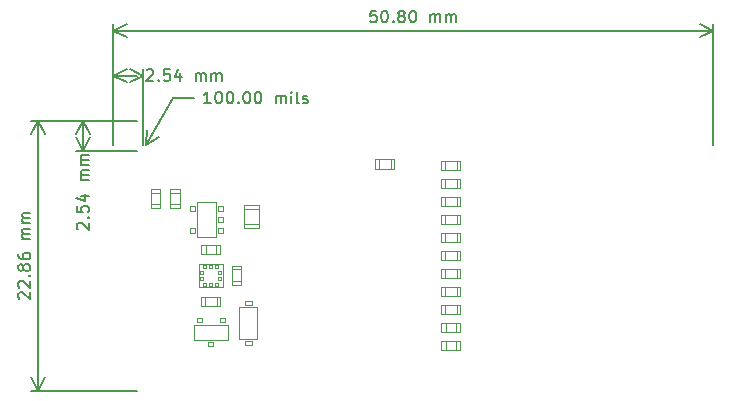
<source format=gbr>
%TF.GenerationSoftware,KiCad,Pcbnew,7.0.8*%
%TF.CreationDate,2024-01-07T13:27:57-05:00*%
%TF.ProjectId,weather-featherwing,77656174-6865-4722-9d66-656174686572,02*%
%TF.SameCoordinates,Original*%
%TF.FileFunction,OtherDrawing,Comment*%
%FSLAX46Y46*%
G04 Gerber Fmt 4.6, Leading zero omitted, Abs format (unit mm)*
G04 Created by KiCad (PCBNEW 7.0.8) date 2024-01-07 13:27:57*
%MOMM*%
%LPD*%
G01*
G04 APERTURE LIST*
%ADD10C,0.150000*%
%ADD11C,0.025000*%
G04 APERTURE END LIST*
D10*
X106350058Y-111616665D02*
X106302439Y-111569046D01*
X106302439Y-111569046D02*
X106254820Y-111473808D01*
X106254820Y-111473808D02*
X106254820Y-111235713D01*
X106254820Y-111235713D02*
X106302439Y-111140475D01*
X106302439Y-111140475D02*
X106350058Y-111092856D01*
X106350058Y-111092856D02*
X106445296Y-111045237D01*
X106445296Y-111045237D02*
X106540534Y-111045237D01*
X106540534Y-111045237D02*
X106683391Y-111092856D01*
X106683391Y-111092856D02*
X107254820Y-111664284D01*
X107254820Y-111664284D02*
X107254820Y-111045237D01*
X106350058Y-110664284D02*
X106302439Y-110616665D01*
X106302439Y-110616665D02*
X106254820Y-110521427D01*
X106254820Y-110521427D02*
X106254820Y-110283332D01*
X106254820Y-110283332D02*
X106302439Y-110188094D01*
X106302439Y-110188094D02*
X106350058Y-110140475D01*
X106350058Y-110140475D02*
X106445296Y-110092856D01*
X106445296Y-110092856D02*
X106540534Y-110092856D01*
X106540534Y-110092856D02*
X106683391Y-110140475D01*
X106683391Y-110140475D02*
X107254820Y-110711903D01*
X107254820Y-110711903D02*
X107254820Y-110092856D01*
X107159581Y-109664284D02*
X107207201Y-109616665D01*
X107207201Y-109616665D02*
X107254820Y-109664284D01*
X107254820Y-109664284D02*
X107207201Y-109711903D01*
X107207201Y-109711903D02*
X107159581Y-109664284D01*
X107159581Y-109664284D02*
X107254820Y-109664284D01*
X106683391Y-109045237D02*
X106635772Y-109140475D01*
X106635772Y-109140475D02*
X106588153Y-109188094D01*
X106588153Y-109188094D02*
X106492915Y-109235713D01*
X106492915Y-109235713D02*
X106445296Y-109235713D01*
X106445296Y-109235713D02*
X106350058Y-109188094D01*
X106350058Y-109188094D02*
X106302439Y-109140475D01*
X106302439Y-109140475D02*
X106254820Y-109045237D01*
X106254820Y-109045237D02*
X106254820Y-108854761D01*
X106254820Y-108854761D02*
X106302439Y-108759523D01*
X106302439Y-108759523D02*
X106350058Y-108711904D01*
X106350058Y-108711904D02*
X106445296Y-108664285D01*
X106445296Y-108664285D02*
X106492915Y-108664285D01*
X106492915Y-108664285D02*
X106588153Y-108711904D01*
X106588153Y-108711904D02*
X106635772Y-108759523D01*
X106635772Y-108759523D02*
X106683391Y-108854761D01*
X106683391Y-108854761D02*
X106683391Y-109045237D01*
X106683391Y-109045237D02*
X106731010Y-109140475D01*
X106731010Y-109140475D02*
X106778629Y-109188094D01*
X106778629Y-109188094D02*
X106873867Y-109235713D01*
X106873867Y-109235713D02*
X107064343Y-109235713D01*
X107064343Y-109235713D02*
X107159581Y-109188094D01*
X107159581Y-109188094D02*
X107207201Y-109140475D01*
X107207201Y-109140475D02*
X107254820Y-109045237D01*
X107254820Y-109045237D02*
X107254820Y-108854761D01*
X107254820Y-108854761D02*
X107207201Y-108759523D01*
X107207201Y-108759523D02*
X107159581Y-108711904D01*
X107159581Y-108711904D02*
X107064343Y-108664285D01*
X107064343Y-108664285D02*
X106873867Y-108664285D01*
X106873867Y-108664285D02*
X106778629Y-108711904D01*
X106778629Y-108711904D02*
X106731010Y-108759523D01*
X106731010Y-108759523D02*
X106683391Y-108854761D01*
X106254820Y-107807142D02*
X106254820Y-107997618D01*
X106254820Y-107997618D02*
X106302439Y-108092856D01*
X106302439Y-108092856D02*
X106350058Y-108140475D01*
X106350058Y-108140475D02*
X106492915Y-108235713D01*
X106492915Y-108235713D02*
X106683391Y-108283332D01*
X106683391Y-108283332D02*
X107064343Y-108283332D01*
X107064343Y-108283332D02*
X107159581Y-108235713D01*
X107159581Y-108235713D02*
X107207201Y-108188094D01*
X107207201Y-108188094D02*
X107254820Y-108092856D01*
X107254820Y-108092856D02*
X107254820Y-107902380D01*
X107254820Y-107902380D02*
X107207201Y-107807142D01*
X107207201Y-107807142D02*
X107159581Y-107759523D01*
X107159581Y-107759523D02*
X107064343Y-107711904D01*
X107064343Y-107711904D02*
X106826248Y-107711904D01*
X106826248Y-107711904D02*
X106731010Y-107759523D01*
X106731010Y-107759523D02*
X106683391Y-107807142D01*
X106683391Y-107807142D02*
X106635772Y-107902380D01*
X106635772Y-107902380D02*
X106635772Y-108092856D01*
X106635772Y-108092856D02*
X106683391Y-108188094D01*
X106683391Y-108188094D02*
X106731010Y-108235713D01*
X106731010Y-108235713D02*
X106826248Y-108283332D01*
X107254820Y-106521427D02*
X106588153Y-106521427D01*
X106683391Y-106521427D02*
X106635772Y-106473808D01*
X106635772Y-106473808D02*
X106588153Y-106378570D01*
X106588153Y-106378570D02*
X106588153Y-106235713D01*
X106588153Y-106235713D02*
X106635772Y-106140475D01*
X106635772Y-106140475D02*
X106731010Y-106092856D01*
X106731010Y-106092856D02*
X107254820Y-106092856D01*
X106731010Y-106092856D02*
X106635772Y-106045237D01*
X106635772Y-106045237D02*
X106588153Y-105949999D01*
X106588153Y-105949999D02*
X106588153Y-105807142D01*
X106588153Y-105807142D02*
X106635772Y-105711903D01*
X106635772Y-105711903D02*
X106731010Y-105664284D01*
X106731010Y-105664284D02*
X107254820Y-105664284D01*
X107254820Y-105188094D02*
X106588153Y-105188094D01*
X106683391Y-105188094D02*
X106635772Y-105140475D01*
X106635772Y-105140475D02*
X106588153Y-105045237D01*
X106588153Y-105045237D02*
X106588153Y-104902380D01*
X106588153Y-104902380D02*
X106635772Y-104807142D01*
X106635772Y-104807142D02*
X106731010Y-104759523D01*
X106731010Y-104759523D02*
X107254820Y-104759523D01*
X106731010Y-104759523D02*
X106635772Y-104711904D01*
X106635772Y-104711904D02*
X106588153Y-104616666D01*
X106588153Y-104616666D02*
X106588153Y-104473809D01*
X106588153Y-104473809D02*
X106635772Y-104378570D01*
X106635772Y-104378570D02*
X106731010Y-104330951D01*
X106731010Y-104330951D02*
X107254820Y-104330951D01*
X116340000Y-96520000D02*
X107363581Y-96520000D01*
X116340000Y-119380000D02*
X107363581Y-119380000D01*
X107950001Y-96520000D02*
X107950001Y-119380000D01*
X107950001Y-96520000D02*
X107950001Y-119380000D01*
X107950001Y-96520000D02*
X108536422Y-97646504D01*
X107950001Y-96520000D02*
X107363580Y-97646504D01*
X107950001Y-119380000D02*
X107363580Y-118253496D01*
X107950001Y-119380000D02*
X108536422Y-118253496D01*
X117129160Y-92260057D02*
X117176779Y-92212438D01*
X117176779Y-92212438D02*
X117272017Y-92164819D01*
X117272017Y-92164819D02*
X117510112Y-92164819D01*
X117510112Y-92164819D02*
X117605350Y-92212438D01*
X117605350Y-92212438D02*
X117652969Y-92260057D01*
X117652969Y-92260057D02*
X117700588Y-92355295D01*
X117700588Y-92355295D02*
X117700588Y-92450533D01*
X117700588Y-92450533D02*
X117652969Y-92593390D01*
X117652969Y-92593390D02*
X117081541Y-93164819D01*
X117081541Y-93164819D02*
X117700588Y-93164819D01*
X118129160Y-93069580D02*
X118176779Y-93117200D01*
X118176779Y-93117200D02*
X118129160Y-93164819D01*
X118129160Y-93164819D02*
X118081541Y-93117200D01*
X118081541Y-93117200D02*
X118129160Y-93069580D01*
X118129160Y-93069580D02*
X118129160Y-93164819D01*
X119081540Y-92164819D02*
X118605350Y-92164819D01*
X118605350Y-92164819D02*
X118557731Y-92641009D01*
X118557731Y-92641009D02*
X118605350Y-92593390D01*
X118605350Y-92593390D02*
X118700588Y-92545771D01*
X118700588Y-92545771D02*
X118938683Y-92545771D01*
X118938683Y-92545771D02*
X119033921Y-92593390D01*
X119033921Y-92593390D02*
X119081540Y-92641009D01*
X119081540Y-92641009D02*
X119129159Y-92736247D01*
X119129159Y-92736247D02*
X119129159Y-92974342D01*
X119129159Y-92974342D02*
X119081540Y-93069580D01*
X119081540Y-93069580D02*
X119033921Y-93117200D01*
X119033921Y-93117200D02*
X118938683Y-93164819D01*
X118938683Y-93164819D02*
X118700588Y-93164819D01*
X118700588Y-93164819D02*
X118605350Y-93117200D01*
X118605350Y-93117200D02*
X118557731Y-93069580D01*
X119986302Y-92498152D02*
X119986302Y-93164819D01*
X119748207Y-92117200D02*
X119510112Y-92831485D01*
X119510112Y-92831485D02*
X120129159Y-92831485D01*
X121272017Y-93164819D02*
X121272017Y-92498152D01*
X121272017Y-92593390D02*
X121319636Y-92545771D01*
X121319636Y-92545771D02*
X121414874Y-92498152D01*
X121414874Y-92498152D02*
X121557731Y-92498152D01*
X121557731Y-92498152D02*
X121652969Y-92545771D01*
X121652969Y-92545771D02*
X121700588Y-92641009D01*
X121700588Y-92641009D02*
X121700588Y-93164819D01*
X121700588Y-92641009D02*
X121748207Y-92545771D01*
X121748207Y-92545771D02*
X121843445Y-92498152D01*
X121843445Y-92498152D02*
X121986302Y-92498152D01*
X121986302Y-92498152D02*
X122081541Y-92545771D01*
X122081541Y-92545771D02*
X122129160Y-92641009D01*
X122129160Y-92641009D02*
X122129160Y-93164819D01*
X122605350Y-93164819D02*
X122605350Y-92498152D01*
X122605350Y-92593390D02*
X122652969Y-92545771D01*
X122652969Y-92545771D02*
X122748207Y-92498152D01*
X122748207Y-92498152D02*
X122891064Y-92498152D01*
X122891064Y-92498152D02*
X122986302Y-92545771D01*
X122986302Y-92545771D02*
X123033921Y-92641009D01*
X123033921Y-92641009D02*
X123033921Y-93164819D01*
X123033921Y-92641009D02*
X123081540Y-92545771D01*
X123081540Y-92545771D02*
X123176778Y-92498152D01*
X123176778Y-92498152D02*
X123319635Y-92498152D01*
X123319635Y-92498152D02*
X123414874Y-92545771D01*
X123414874Y-92545771D02*
X123462493Y-92641009D01*
X123462493Y-92641009D02*
X123462493Y-93164819D01*
X114300000Y-98560000D02*
X114300000Y-92123580D01*
X116840000Y-98560000D02*
X116840000Y-92123580D01*
X114300000Y-92710000D02*
X116340000Y-92710000D01*
X114300000Y-92710000D02*
X115426504Y-92123579D01*
X114300000Y-92710000D02*
X115426504Y-93296421D01*
X116840000Y-92710000D02*
X115713496Y-93296421D01*
X116840000Y-92710000D02*
X115713496Y-92123579D01*
X136557143Y-87204819D02*
X136080953Y-87204819D01*
X136080953Y-87204819D02*
X136033334Y-87681009D01*
X136033334Y-87681009D02*
X136080953Y-87633390D01*
X136080953Y-87633390D02*
X136176191Y-87585771D01*
X136176191Y-87585771D02*
X136414286Y-87585771D01*
X136414286Y-87585771D02*
X136509524Y-87633390D01*
X136509524Y-87633390D02*
X136557143Y-87681009D01*
X136557143Y-87681009D02*
X136604762Y-87776247D01*
X136604762Y-87776247D02*
X136604762Y-88014342D01*
X136604762Y-88014342D02*
X136557143Y-88109580D01*
X136557143Y-88109580D02*
X136509524Y-88157200D01*
X136509524Y-88157200D02*
X136414286Y-88204819D01*
X136414286Y-88204819D02*
X136176191Y-88204819D01*
X136176191Y-88204819D02*
X136080953Y-88157200D01*
X136080953Y-88157200D02*
X136033334Y-88109580D01*
X137223810Y-87204819D02*
X137319048Y-87204819D01*
X137319048Y-87204819D02*
X137414286Y-87252438D01*
X137414286Y-87252438D02*
X137461905Y-87300057D01*
X137461905Y-87300057D02*
X137509524Y-87395295D01*
X137509524Y-87395295D02*
X137557143Y-87585771D01*
X137557143Y-87585771D02*
X137557143Y-87823866D01*
X137557143Y-87823866D02*
X137509524Y-88014342D01*
X137509524Y-88014342D02*
X137461905Y-88109580D01*
X137461905Y-88109580D02*
X137414286Y-88157200D01*
X137414286Y-88157200D02*
X137319048Y-88204819D01*
X137319048Y-88204819D02*
X137223810Y-88204819D01*
X137223810Y-88204819D02*
X137128572Y-88157200D01*
X137128572Y-88157200D02*
X137080953Y-88109580D01*
X137080953Y-88109580D02*
X137033334Y-88014342D01*
X137033334Y-88014342D02*
X136985715Y-87823866D01*
X136985715Y-87823866D02*
X136985715Y-87585771D01*
X136985715Y-87585771D02*
X137033334Y-87395295D01*
X137033334Y-87395295D02*
X137080953Y-87300057D01*
X137080953Y-87300057D02*
X137128572Y-87252438D01*
X137128572Y-87252438D02*
X137223810Y-87204819D01*
X137985715Y-88109580D02*
X138033334Y-88157200D01*
X138033334Y-88157200D02*
X137985715Y-88204819D01*
X137985715Y-88204819D02*
X137938096Y-88157200D01*
X137938096Y-88157200D02*
X137985715Y-88109580D01*
X137985715Y-88109580D02*
X137985715Y-88204819D01*
X138604762Y-87633390D02*
X138509524Y-87585771D01*
X138509524Y-87585771D02*
X138461905Y-87538152D01*
X138461905Y-87538152D02*
X138414286Y-87442914D01*
X138414286Y-87442914D02*
X138414286Y-87395295D01*
X138414286Y-87395295D02*
X138461905Y-87300057D01*
X138461905Y-87300057D02*
X138509524Y-87252438D01*
X138509524Y-87252438D02*
X138604762Y-87204819D01*
X138604762Y-87204819D02*
X138795238Y-87204819D01*
X138795238Y-87204819D02*
X138890476Y-87252438D01*
X138890476Y-87252438D02*
X138938095Y-87300057D01*
X138938095Y-87300057D02*
X138985714Y-87395295D01*
X138985714Y-87395295D02*
X138985714Y-87442914D01*
X138985714Y-87442914D02*
X138938095Y-87538152D01*
X138938095Y-87538152D02*
X138890476Y-87585771D01*
X138890476Y-87585771D02*
X138795238Y-87633390D01*
X138795238Y-87633390D02*
X138604762Y-87633390D01*
X138604762Y-87633390D02*
X138509524Y-87681009D01*
X138509524Y-87681009D02*
X138461905Y-87728628D01*
X138461905Y-87728628D02*
X138414286Y-87823866D01*
X138414286Y-87823866D02*
X138414286Y-88014342D01*
X138414286Y-88014342D02*
X138461905Y-88109580D01*
X138461905Y-88109580D02*
X138509524Y-88157200D01*
X138509524Y-88157200D02*
X138604762Y-88204819D01*
X138604762Y-88204819D02*
X138795238Y-88204819D01*
X138795238Y-88204819D02*
X138890476Y-88157200D01*
X138890476Y-88157200D02*
X138938095Y-88109580D01*
X138938095Y-88109580D02*
X138985714Y-88014342D01*
X138985714Y-88014342D02*
X138985714Y-87823866D01*
X138985714Y-87823866D02*
X138938095Y-87728628D01*
X138938095Y-87728628D02*
X138890476Y-87681009D01*
X138890476Y-87681009D02*
X138795238Y-87633390D01*
X139604762Y-87204819D02*
X139700000Y-87204819D01*
X139700000Y-87204819D02*
X139795238Y-87252438D01*
X139795238Y-87252438D02*
X139842857Y-87300057D01*
X139842857Y-87300057D02*
X139890476Y-87395295D01*
X139890476Y-87395295D02*
X139938095Y-87585771D01*
X139938095Y-87585771D02*
X139938095Y-87823866D01*
X139938095Y-87823866D02*
X139890476Y-88014342D01*
X139890476Y-88014342D02*
X139842857Y-88109580D01*
X139842857Y-88109580D02*
X139795238Y-88157200D01*
X139795238Y-88157200D02*
X139700000Y-88204819D01*
X139700000Y-88204819D02*
X139604762Y-88204819D01*
X139604762Y-88204819D02*
X139509524Y-88157200D01*
X139509524Y-88157200D02*
X139461905Y-88109580D01*
X139461905Y-88109580D02*
X139414286Y-88014342D01*
X139414286Y-88014342D02*
X139366667Y-87823866D01*
X139366667Y-87823866D02*
X139366667Y-87585771D01*
X139366667Y-87585771D02*
X139414286Y-87395295D01*
X139414286Y-87395295D02*
X139461905Y-87300057D01*
X139461905Y-87300057D02*
X139509524Y-87252438D01*
X139509524Y-87252438D02*
X139604762Y-87204819D01*
X141128572Y-88204819D02*
X141128572Y-87538152D01*
X141128572Y-87633390D02*
X141176191Y-87585771D01*
X141176191Y-87585771D02*
X141271429Y-87538152D01*
X141271429Y-87538152D02*
X141414286Y-87538152D01*
X141414286Y-87538152D02*
X141509524Y-87585771D01*
X141509524Y-87585771D02*
X141557143Y-87681009D01*
X141557143Y-87681009D02*
X141557143Y-88204819D01*
X141557143Y-87681009D02*
X141604762Y-87585771D01*
X141604762Y-87585771D02*
X141700000Y-87538152D01*
X141700000Y-87538152D02*
X141842857Y-87538152D01*
X141842857Y-87538152D02*
X141938096Y-87585771D01*
X141938096Y-87585771D02*
X141985715Y-87681009D01*
X141985715Y-87681009D02*
X141985715Y-88204819D01*
X142461905Y-88204819D02*
X142461905Y-87538152D01*
X142461905Y-87633390D02*
X142509524Y-87585771D01*
X142509524Y-87585771D02*
X142604762Y-87538152D01*
X142604762Y-87538152D02*
X142747619Y-87538152D01*
X142747619Y-87538152D02*
X142842857Y-87585771D01*
X142842857Y-87585771D02*
X142890476Y-87681009D01*
X142890476Y-87681009D02*
X142890476Y-88204819D01*
X142890476Y-87681009D02*
X142938095Y-87585771D01*
X142938095Y-87585771D02*
X143033333Y-87538152D01*
X143033333Y-87538152D02*
X143176190Y-87538152D01*
X143176190Y-87538152D02*
X143271429Y-87585771D01*
X143271429Y-87585771D02*
X143319048Y-87681009D01*
X143319048Y-87681009D02*
X143319048Y-88204819D01*
X114300000Y-98560000D02*
X114300000Y-88313580D01*
X165100000Y-98560000D02*
X165100000Y-88313580D01*
X114300000Y-88900000D02*
X165100000Y-88900000D01*
X114300000Y-88900000D02*
X165100000Y-88900000D01*
X114300000Y-88900000D02*
X115426504Y-88313579D01*
X114300000Y-88900000D02*
X115426504Y-89486421D01*
X165100000Y-88900000D02*
X163973496Y-89486421D01*
X165100000Y-88900000D02*
X163973496Y-88313579D01*
X111310057Y-105730111D02*
X111262438Y-105682492D01*
X111262438Y-105682492D02*
X111214819Y-105587254D01*
X111214819Y-105587254D02*
X111214819Y-105349159D01*
X111214819Y-105349159D02*
X111262438Y-105253921D01*
X111262438Y-105253921D02*
X111310057Y-105206302D01*
X111310057Y-105206302D02*
X111405295Y-105158683D01*
X111405295Y-105158683D02*
X111500533Y-105158683D01*
X111500533Y-105158683D02*
X111643390Y-105206302D01*
X111643390Y-105206302D02*
X112214819Y-105777730D01*
X112214819Y-105777730D02*
X112214819Y-105158683D01*
X112119580Y-104730111D02*
X112167200Y-104682492D01*
X112167200Y-104682492D02*
X112214819Y-104730111D01*
X112214819Y-104730111D02*
X112167200Y-104777730D01*
X112167200Y-104777730D02*
X112119580Y-104730111D01*
X112119580Y-104730111D02*
X112214819Y-104730111D01*
X111214819Y-103777731D02*
X111214819Y-104253921D01*
X111214819Y-104253921D02*
X111691009Y-104301540D01*
X111691009Y-104301540D02*
X111643390Y-104253921D01*
X111643390Y-104253921D02*
X111595771Y-104158683D01*
X111595771Y-104158683D02*
X111595771Y-103920588D01*
X111595771Y-103920588D02*
X111643390Y-103825350D01*
X111643390Y-103825350D02*
X111691009Y-103777731D01*
X111691009Y-103777731D02*
X111786247Y-103730112D01*
X111786247Y-103730112D02*
X112024342Y-103730112D01*
X112024342Y-103730112D02*
X112119580Y-103777731D01*
X112119580Y-103777731D02*
X112167200Y-103825350D01*
X112167200Y-103825350D02*
X112214819Y-103920588D01*
X112214819Y-103920588D02*
X112214819Y-104158683D01*
X112214819Y-104158683D02*
X112167200Y-104253921D01*
X112167200Y-104253921D02*
X112119580Y-104301540D01*
X111548152Y-102872969D02*
X112214819Y-102872969D01*
X111167200Y-103111064D02*
X111881485Y-103349159D01*
X111881485Y-103349159D02*
X111881485Y-102730112D01*
X112214819Y-101587254D02*
X111548152Y-101587254D01*
X111643390Y-101587254D02*
X111595771Y-101539635D01*
X111595771Y-101539635D02*
X111548152Y-101444397D01*
X111548152Y-101444397D02*
X111548152Y-101301540D01*
X111548152Y-101301540D02*
X111595771Y-101206302D01*
X111595771Y-101206302D02*
X111691009Y-101158683D01*
X111691009Y-101158683D02*
X112214819Y-101158683D01*
X111691009Y-101158683D02*
X111595771Y-101111064D01*
X111595771Y-101111064D02*
X111548152Y-101015826D01*
X111548152Y-101015826D02*
X111548152Y-100872969D01*
X111548152Y-100872969D02*
X111595771Y-100777730D01*
X111595771Y-100777730D02*
X111691009Y-100730111D01*
X111691009Y-100730111D02*
X112214819Y-100730111D01*
X112214819Y-100253921D02*
X111548152Y-100253921D01*
X111643390Y-100253921D02*
X111595771Y-100206302D01*
X111595771Y-100206302D02*
X111548152Y-100111064D01*
X111548152Y-100111064D02*
X111548152Y-99968207D01*
X111548152Y-99968207D02*
X111595771Y-99872969D01*
X111595771Y-99872969D02*
X111691009Y-99825350D01*
X111691009Y-99825350D02*
X112214819Y-99825350D01*
X111691009Y-99825350D02*
X111595771Y-99777731D01*
X111595771Y-99777731D02*
X111548152Y-99682493D01*
X111548152Y-99682493D02*
X111548152Y-99539636D01*
X111548152Y-99539636D02*
X111595771Y-99444397D01*
X111595771Y-99444397D02*
X111691009Y-99396778D01*
X111691009Y-99396778D02*
X112214819Y-99396778D01*
X116340000Y-96520000D02*
X111173580Y-96520000D01*
X116340000Y-99060000D02*
X111173580Y-99060000D01*
X111760000Y-96520000D02*
X111760000Y-99060000D01*
X111760000Y-96520000D02*
X111760000Y-99060000D01*
X111760000Y-96520000D02*
X112346421Y-97646504D01*
X111760000Y-96520000D02*
X111173579Y-97646504D01*
X111760000Y-99060000D02*
X111173579Y-97933496D01*
X111760000Y-99060000D02*
X112346421Y-97933496D01*
X122555476Y-95069819D02*
X121984048Y-95069819D01*
X122269762Y-95069819D02*
X122269762Y-94069819D01*
X122269762Y-94069819D02*
X122174524Y-94212676D01*
X122174524Y-94212676D02*
X122079286Y-94307914D01*
X122079286Y-94307914D02*
X121984048Y-94355533D01*
X123174524Y-94069819D02*
X123269762Y-94069819D01*
X123269762Y-94069819D02*
X123365000Y-94117438D01*
X123365000Y-94117438D02*
X123412619Y-94165057D01*
X123412619Y-94165057D02*
X123460238Y-94260295D01*
X123460238Y-94260295D02*
X123507857Y-94450771D01*
X123507857Y-94450771D02*
X123507857Y-94688866D01*
X123507857Y-94688866D02*
X123460238Y-94879342D01*
X123460238Y-94879342D02*
X123412619Y-94974580D01*
X123412619Y-94974580D02*
X123365000Y-95022200D01*
X123365000Y-95022200D02*
X123269762Y-95069819D01*
X123269762Y-95069819D02*
X123174524Y-95069819D01*
X123174524Y-95069819D02*
X123079286Y-95022200D01*
X123079286Y-95022200D02*
X123031667Y-94974580D01*
X123031667Y-94974580D02*
X122984048Y-94879342D01*
X122984048Y-94879342D02*
X122936429Y-94688866D01*
X122936429Y-94688866D02*
X122936429Y-94450771D01*
X122936429Y-94450771D02*
X122984048Y-94260295D01*
X122984048Y-94260295D02*
X123031667Y-94165057D01*
X123031667Y-94165057D02*
X123079286Y-94117438D01*
X123079286Y-94117438D02*
X123174524Y-94069819D01*
X124126905Y-94069819D02*
X124222143Y-94069819D01*
X124222143Y-94069819D02*
X124317381Y-94117438D01*
X124317381Y-94117438D02*
X124365000Y-94165057D01*
X124365000Y-94165057D02*
X124412619Y-94260295D01*
X124412619Y-94260295D02*
X124460238Y-94450771D01*
X124460238Y-94450771D02*
X124460238Y-94688866D01*
X124460238Y-94688866D02*
X124412619Y-94879342D01*
X124412619Y-94879342D02*
X124365000Y-94974580D01*
X124365000Y-94974580D02*
X124317381Y-95022200D01*
X124317381Y-95022200D02*
X124222143Y-95069819D01*
X124222143Y-95069819D02*
X124126905Y-95069819D01*
X124126905Y-95069819D02*
X124031667Y-95022200D01*
X124031667Y-95022200D02*
X123984048Y-94974580D01*
X123984048Y-94974580D02*
X123936429Y-94879342D01*
X123936429Y-94879342D02*
X123888810Y-94688866D01*
X123888810Y-94688866D02*
X123888810Y-94450771D01*
X123888810Y-94450771D02*
X123936429Y-94260295D01*
X123936429Y-94260295D02*
X123984048Y-94165057D01*
X123984048Y-94165057D02*
X124031667Y-94117438D01*
X124031667Y-94117438D02*
X124126905Y-94069819D01*
X124888810Y-94974580D02*
X124936429Y-95022200D01*
X124936429Y-95022200D02*
X124888810Y-95069819D01*
X124888810Y-95069819D02*
X124841191Y-95022200D01*
X124841191Y-95022200D02*
X124888810Y-94974580D01*
X124888810Y-94974580D02*
X124888810Y-95069819D01*
X125555476Y-94069819D02*
X125650714Y-94069819D01*
X125650714Y-94069819D02*
X125745952Y-94117438D01*
X125745952Y-94117438D02*
X125793571Y-94165057D01*
X125793571Y-94165057D02*
X125841190Y-94260295D01*
X125841190Y-94260295D02*
X125888809Y-94450771D01*
X125888809Y-94450771D02*
X125888809Y-94688866D01*
X125888809Y-94688866D02*
X125841190Y-94879342D01*
X125841190Y-94879342D02*
X125793571Y-94974580D01*
X125793571Y-94974580D02*
X125745952Y-95022200D01*
X125745952Y-95022200D02*
X125650714Y-95069819D01*
X125650714Y-95069819D02*
X125555476Y-95069819D01*
X125555476Y-95069819D02*
X125460238Y-95022200D01*
X125460238Y-95022200D02*
X125412619Y-94974580D01*
X125412619Y-94974580D02*
X125365000Y-94879342D01*
X125365000Y-94879342D02*
X125317381Y-94688866D01*
X125317381Y-94688866D02*
X125317381Y-94450771D01*
X125317381Y-94450771D02*
X125365000Y-94260295D01*
X125365000Y-94260295D02*
X125412619Y-94165057D01*
X125412619Y-94165057D02*
X125460238Y-94117438D01*
X125460238Y-94117438D02*
X125555476Y-94069819D01*
X126507857Y-94069819D02*
X126603095Y-94069819D01*
X126603095Y-94069819D02*
X126698333Y-94117438D01*
X126698333Y-94117438D02*
X126745952Y-94165057D01*
X126745952Y-94165057D02*
X126793571Y-94260295D01*
X126793571Y-94260295D02*
X126841190Y-94450771D01*
X126841190Y-94450771D02*
X126841190Y-94688866D01*
X126841190Y-94688866D02*
X126793571Y-94879342D01*
X126793571Y-94879342D02*
X126745952Y-94974580D01*
X126745952Y-94974580D02*
X126698333Y-95022200D01*
X126698333Y-95022200D02*
X126603095Y-95069819D01*
X126603095Y-95069819D02*
X126507857Y-95069819D01*
X126507857Y-95069819D02*
X126412619Y-95022200D01*
X126412619Y-95022200D02*
X126365000Y-94974580D01*
X126365000Y-94974580D02*
X126317381Y-94879342D01*
X126317381Y-94879342D02*
X126269762Y-94688866D01*
X126269762Y-94688866D02*
X126269762Y-94450771D01*
X126269762Y-94450771D02*
X126317381Y-94260295D01*
X126317381Y-94260295D02*
X126365000Y-94165057D01*
X126365000Y-94165057D02*
X126412619Y-94117438D01*
X126412619Y-94117438D02*
X126507857Y-94069819D01*
X128031667Y-95069819D02*
X128031667Y-94403152D01*
X128031667Y-94498390D02*
X128079286Y-94450771D01*
X128079286Y-94450771D02*
X128174524Y-94403152D01*
X128174524Y-94403152D02*
X128317381Y-94403152D01*
X128317381Y-94403152D02*
X128412619Y-94450771D01*
X128412619Y-94450771D02*
X128460238Y-94546009D01*
X128460238Y-94546009D02*
X128460238Y-95069819D01*
X128460238Y-94546009D02*
X128507857Y-94450771D01*
X128507857Y-94450771D02*
X128603095Y-94403152D01*
X128603095Y-94403152D02*
X128745952Y-94403152D01*
X128745952Y-94403152D02*
X128841191Y-94450771D01*
X128841191Y-94450771D02*
X128888810Y-94546009D01*
X128888810Y-94546009D02*
X128888810Y-95069819D01*
X129365000Y-95069819D02*
X129365000Y-94403152D01*
X129365000Y-94069819D02*
X129317381Y-94117438D01*
X129317381Y-94117438D02*
X129365000Y-94165057D01*
X129365000Y-94165057D02*
X129412619Y-94117438D01*
X129412619Y-94117438D02*
X129365000Y-94069819D01*
X129365000Y-94069819D02*
X129365000Y-94165057D01*
X129984047Y-95069819D02*
X129888809Y-95022200D01*
X129888809Y-95022200D02*
X129841190Y-94926961D01*
X129841190Y-94926961D02*
X129841190Y-94069819D01*
X130317381Y-95022200D02*
X130412619Y-95069819D01*
X130412619Y-95069819D02*
X130603095Y-95069819D01*
X130603095Y-95069819D02*
X130698333Y-95022200D01*
X130698333Y-95022200D02*
X130745952Y-94926961D01*
X130745952Y-94926961D02*
X130745952Y-94879342D01*
X130745952Y-94879342D02*
X130698333Y-94784104D01*
X130698333Y-94784104D02*
X130603095Y-94736485D01*
X130603095Y-94736485D02*
X130460238Y-94736485D01*
X130460238Y-94736485D02*
X130365000Y-94688866D01*
X130365000Y-94688866D02*
X130317381Y-94593628D01*
X130317381Y-94593628D02*
X130317381Y-94546009D01*
X130317381Y-94546009D02*
X130365000Y-94450771D01*
X130365000Y-94450771D02*
X130460238Y-94403152D01*
X130460238Y-94403152D02*
X130603095Y-94403152D01*
X130603095Y-94403152D02*
X130698333Y-94450771D01*
X117088069Y-98625878D02*
X119380000Y-94615000D01*
X117088069Y-98625878D02*
X117137816Y-97356853D01*
X117088069Y-98625878D02*
X118156127Y-97938745D01*
X119380000Y-94615000D02*
X121168572Y-94615000D01*
X117088069Y-98625878D02*
X119380000Y-94615000D01*
X117088069Y-98625878D02*
X117137816Y-97356853D01*
X117088069Y-98625878D02*
X118156127Y-97938745D01*
X119380000Y-94615000D02*
X121168572Y-94615000D01*
D11*
%TO.C,C5*%
X117456000Y-103924000D02*
X117456000Y-103574000D01*
X117456000Y-103924000D02*
X117456000Y-102324000D01*
X118256000Y-103924000D02*
X117456000Y-103924000D01*
X118256000Y-103924000D02*
X117456000Y-103924000D01*
X117456000Y-103574000D02*
X118256000Y-103574000D01*
X118256000Y-103574000D02*
X118256000Y-103924000D01*
X117456000Y-102674000D02*
X117456000Y-102324000D01*
X118256000Y-102674000D02*
X117456000Y-102674000D01*
X117456000Y-102324000D02*
X118256000Y-102324000D01*
X117456000Y-102324000D02*
X118256000Y-102324000D01*
X118256000Y-102324000D02*
X118256000Y-103924000D01*
X118256000Y-102324000D02*
X118256000Y-102674000D01*
%TO.C,R5*%
X142075000Y-107550000D02*
X142375000Y-107550000D01*
X142075000Y-107550000D02*
X143675000Y-107550000D01*
X142075000Y-108350000D02*
X142075000Y-107550000D01*
X142075000Y-108350000D02*
X142075000Y-107550000D01*
X142375000Y-107550000D02*
X142375000Y-108350000D01*
X142375000Y-108350000D02*
X142075000Y-108350000D01*
X143375000Y-107550000D02*
X143675000Y-107550000D01*
X143375000Y-108350000D02*
X143375000Y-107550000D01*
X143675000Y-107550000D02*
X143675000Y-108350000D01*
X143675000Y-107550000D02*
X143675000Y-108350000D01*
X143675000Y-108350000D02*
X142075000Y-108350000D01*
X143675000Y-108350000D02*
X143375000Y-108350000D01*
%TO.C,U2*%
X121555000Y-108626400D02*
X123555000Y-108626400D01*
X121555000Y-110626400D02*
X121555000Y-108626400D01*
X121654000Y-109251400D02*
X121930000Y-109251400D01*
X121654000Y-109501400D02*
X121654000Y-109251400D01*
X121654000Y-109751400D02*
X121930000Y-109751400D01*
X121654000Y-110001400D02*
X121654000Y-109751400D01*
X121930000Y-108725400D02*
X122180000Y-108725400D01*
X121930000Y-109001400D02*
X121930000Y-108725400D01*
X121930000Y-109251400D02*
X121930000Y-109501400D01*
X121930000Y-109501400D02*
X121654000Y-109501400D01*
X121930000Y-109751400D02*
X121930000Y-110001400D01*
X121930000Y-110001400D02*
X121654000Y-110001400D01*
X121930000Y-110251400D02*
X122180000Y-110251400D01*
X121930000Y-110527400D02*
X121930000Y-110251400D01*
X122180000Y-108725400D02*
X122180000Y-109001400D01*
X122180000Y-109001400D02*
X121930000Y-109001400D01*
X122180000Y-110251400D02*
X122180000Y-110527400D01*
X122180000Y-110527400D02*
X121930000Y-110527400D01*
X122430000Y-108725400D02*
X122680000Y-108725400D01*
X122430000Y-109001400D02*
X122430000Y-108725400D01*
X122430000Y-110251400D02*
X122680000Y-110251400D01*
X122430000Y-110527400D02*
X122430000Y-110251400D01*
X122680000Y-108725400D02*
X122680000Y-109001400D01*
X122680000Y-109001400D02*
X122430000Y-109001400D01*
X122680000Y-110251400D02*
X122680000Y-110527400D01*
X122680000Y-110527400D02*
X122430000Y-110527400D01*
X122930000Y-108725400D02*
X123180000Y-108725400D01*
X122930000Y-109001400D02*
X122930000Y-108725400D01*
X122930000Y-110251400D02*
X123180000Y-110251400D01*
X122930000Y-110527400D02*
X122930000Y-110251400D01*
X123180000Y-108725400D02*
X123180000Y-109001400D01*
X123180000Y-109001400D02*
X122930000Y-109001400D01*
X123180000Y-109251400D02*
X123456000Y-109251400D01*
X123180000Y-109501400D02*
X123180000Y-109251400D01*
X123180000Y-109751400D02*
X123456000Y-109751400D01*
X123180000Y-110001400D02*
X123180000Y-109751400D01*
X123180000Y-110251400D02*
X123180000Y-110527400D01*
X123180000Y-110527400D02*
X122930000Y-110527400D01*
X123456000Y-109251400D02*
X123456000Y-109501400D01*
X123456000Y-109501400D02*
X123180000Y-109501400D01*
X123456000Y-109751400D02*
X123456000Y-110001400D01*
X123456000Y-110001400D02*
X123180000Y-110001400D01*
X123555000Y-108626400D02*
X123555000Y-110626400D01*
X123555000Y-110626400D02*
X121555000Y-110626400D01*
%TO.C,R10*%
X124314000Y-110426400D02*
X124314000Y-110126400D01*
X124314000Y-110426400D02*
X124314000Y-108826400D01*
X125114000Y-110426400D02*
X124314000Y-110426400D01*
X125114000Y-110426400D02*
X124314000Y-110426400D01*
X124314000Y-110126400D02*
X125114000Y-110126400D01*
X125114000Y-110126400D02*
X125114000Y-110426400D01*
X124314000Y-109126400D02*
X124314000Y-108826400D01*
X125114000Y-109126400D02*
X124314000Y-109126400D01*
X124314000Y-108826400D02*
X125114000Y-108826400D01*
X124314000Y-108826400D02*
X125114000Y-108826400D01*
X125114000Y-108826400D02*
X125114000Y-110426400D01*
X125114000Y-108826400D02*
X125114000Y-109126400D01*
%TO.C,R11*%
X123355000Y-112261600D02*
X123055000Y-112261600D01*
X123355000Y-112261600D02*
X121755000Y-112261600D01*
X123355000Y-111461600D02*
X123355000Y-112261600D01*
X123355000Y-111461600D02*
X123355000Y-112261600D01*
X123055000Y-112261600D02*
X123055000Y-111461600D01*
X123055000Y-111461600D02*
X123355000Y-111461600D01*
X122055000Y-112261600D02*
X121755000Y-112261600D01*
X122055000Y-111461600D02*
X122055000Y-112261600D01*
X121755000Y-112261600D02*
X121755000Y-111461600D01*
X121755000Y-112261600D02*
X121755000Y-111461600D01*
X121755000Y-111461600D02*
X123355000Y-111461600D01*
X121755000Y-111461600D02*
X122055000Y-111461600D01*
%TO.C,R4*%
X142075000Y-109074000D02*
X142375000Y-109074000D01*
X142075000Y-109074000D02*
X143675000Y-109074000D01*
X142075000Y-109874000D02*
X142075000Y-109074000D01*
X142075000Y-109874000D02*
X142075000Y-109074000D01*
X142375000Y-109074000D02*
X142375000Y-109874000D01*
X142375000Y-109874000D02*
X142075000Y-109874000D01*
X143375000Y-109074000D02*
X143675000Y-109074000D01*
X143375000Y-109874000D02*
X143375000Y-109074000D01*
X143675000Y-109074000D02*
X143675000Y-109874000D01*
X143675000Y-109074000D02*
X143675000Y-109874000D01*
X143675000Y-109874000D02*
X142075000Y-109874000D01*
X143675000Y-109874000D02*
X143375000Y-109874000D01*
%TO.C,R2*%
X142075000Y-112122000D02*
X142375000Y-112122000D01*
X142075000Y-112122000D02*
X143675000Y-112122000D01*
X142075000Y-112922000D02*
X142075000Y-112122000D01*
X142075000Y-112922000D02*
X142075000Y-112122000D01*
X142375000Y-112122000D02*
X142375000Y-112922000D01*
X142375000Y-112922000D02*
X142075000Y-112922000D01*
X143375000Y-112122000D02*
X143675000Y-112122000D01*
X143375000Y-112922000D02*
X143375000Y-112122000D01*
X143675000Y-112122000D02*
X143675000Y-112922000D01*
X143675000Y-112122000D02*
X143675000Y-112922000D01*
X143675000Y-112922000D02*
X142075000Y-112922000D01*
X143675000Y-112922000D02*
X143375000Y-112922000D01*
%TO.C,R8*%
X142075000Y-101454000D02*
X142375000Y-101454000D01*
X142075000Y-101454000D02*
X143675000Y-101454000D01*
X142075000Y-102254000D02*
X142075000Y-101454000D01*
X142075000Y-102254000D02*
X142075000Y-101454000D01*
X142375000Y-101454000D02*
X142375000Y-102254000D01*
X142375000Y-102254000D02*
X142075000Y-102254000D01*
X143375000Y-101454000D02*
X143675000Y-101454000D01*
X143375000Y-102254000D02*
X143375000Y-101454000D01*
X143675000Y-101454000D02*
X143675000Y-102254000D01*
X143675000Y-101454000D02*
X143675000Y-102254000D01*
X143675000Y-102254000D02*
X142075000Y-102254000D01*
X143675000Y-102254000D02*
X143375000Y-102254000D01*
%TO.C,R12*%
X136487000Y-99803000D02*
X136787000Y-99803000D01*
X136487000Y-99803000D02*
X138087000Y-99803000D01*
X136487000Y-100603000D02*
X136487000Y-99803000D01*
X136487000Y-100603000D02*
X136487000Y-99803000D01*
X136787000Y-99803000D02*
X136787000Y-100603000D01*
X136787000Y-100603000D02*
X136487000Y-100603000D01*
X137787000Y-99803000D02*
X138087000Y-99803000D01*
X137787000Y-100603000D02*
X137787000Y-99803000D01*
X138087000Y-99803000D02*
X138087000Y-100603000D01*
X138087000Y-99803000D02*
X138087000Y-100603000D01*
X138087000Y-100603000D02*
X136487000Y-100603000D01*
X138087000Y-100603000D02*
X137787000Y-100603000D01*
%TO.C,C2*%
X142075000Y-115170000D02*
X142425000Y-115170000D01*
X142075000Y-115170000D02*
X143675000Y-115170000D01*
X142075000Y-115970000D02*
X142075000Y-115170000D01*
X142075000Y-115970000D02*
X142075000Y-115170000D01*
X142425000Y-115170000D02*
X142425000Y-115970000D01*
X142425000Y-115970000D02*
X142075000Y-115970000D01*
X143325000Y-115170000D02*
X143675000Y-115170000D01*
X143325000Y-115970000D02*
X143325000Y-115170000D01*
X143675000Y-115170000D02*
X143675000Y-115970000D01*
X143675000Y-115170000D02*
X143675000Y-115970000D01*
X143675000Y-115970000D02*
X142075000Y-115970000D01*
X143675000Y-115970000D02*
X143325000Y-115970000D01*
%TO.C,D1*%
X125445000Y-115515000D02*
X125445000Y-115191000D01*
X126015000Y-115515000D02*
X125445000Y-115515000D01*
X125445000Y-115191000D02*
X126015000Y-115191000D01*
X126015000Y-115191000D02*
X126015000Y-115515000D01*
X124955000Y-115015000D02*
X124955000Y-112315000D01*
X126505000Y-115015000D02*
X124955000Y-115015000D01*
X124955000Y-112315000D02*
X126505000Y-112315000D01*
X126505000Y-112315000D02*
X126505000Y-115015000D01*
X125445000Y-112139000D02*
X125445000Y-111815000D01*
X126015000Y-112139000D02*
X125445000Y-112139000D01*
X125445000Y-111815000D02*
X126015000Y-111815000D01*
X126015000Y-111815000D02*
X126015000Y-112139000D01*
%TO.C,C1*%
X119107000Y-103924000D02*
X119107000Y-103574000D01*
X119107000Y-103924000D02*
X119107000Y-102324000D01*
X119907000Y-103924000D02*
X119107000Y-103924000D01*
X119907000Y-103924000D02*
X119107000Y-103924000D01*
X119107000Y-103574000D02*
X119907000Y-103574000D01*
X119907000Y-103574000D02*
X119907000Y-103924000D01*
X119107000Y-102674000D02*
X119107000Y-102324000D01*
X119907000Y-102674000D02*
X119107000Y-102674000D01*
X119107000Y-102324000D02*
X119907000Y-102324000D01*
X119107000Y-102324000D02*
X119907000Y-102324000D01*
X119907000Y-102324000D02*
X119907000Y-103924000D01*
X119907000Y-102324000D02*
X119907000Y-102674000D01*
%TO.C,R1*%
X142075000Y-106026000D02*
X142375000Y-106026000D01*
X142075000Y-106026000D02*
X143675000Y-106026000D01*
X142075000Y-106826000D02*
X142075000Y-106026000D01*
X142075000Y-106826000D02*
X142075000Y-106026000D01*
X142375000Y-106026000D02*
X142375000Y-106826000D01*
X142375000Y-106826000D02*
X142075000Y-106826000D01*
X143375000Y-106026000D02*
X143675000Y-106026000D01*
X143375000Y-106826000D02*
X143375000Y-106026000D01*
X143675000Y-106026000D02*
X143675000Y-106826000D01*
X143675000Y-106026000D02*
X143675000Y-106826000D01*
X143675000Y-106826000D02*
X142075000Y-106826000D01*
X143675000Y-106826000D02*
X143375000Y-106826000D01*
%TO.C,L1*%
X126609000Y-103648000D02*
X126609000Y-104048000D01*
X126609000Y-103648000D02*
X126609000Y-105648000D01*
X125359000Y-103648000D02*
X126609000Y-103648000D01*
X125359000Y-103648000D02*
X126609000Y-103648000D01*
X126609000Y-104048000D02*
X125359000Y-104048000D01*
X125359000Y-104048000D02*
X125359000Y-103648000D01*
X126609000Y-105248000D02*
X126609000Y-105648000D01*
X125359000Y-105248000D02*
X126609000Y-105248000D01*
X126609000Y-105648000D02*
X125359000Y-105648000D01*
X126609000Y-105648000D02*
X125359000Y-105648000D01*
X125359000Y-105648000D02*
X125359000Y-103648000D01*
X125359000Y-105648000D02*
X125359000Y-105248000D01*
%TO.C,C3*%
X142075000Y-113646000D02*
X142425000Y-113646000D01*
X142075000Y-113646000D02*
X143675000Y-113646000D01*
X142075000Y-114446000D02*
X142075000Y-113646000D01*
X142075000Y-114446000D02*
X142075000Y-113646000D01*
X142425000Y-113646000D02*
X142425000Y-114446000D01*
X142425000Y-114446000D02*
X142075000Y-114446000D01*
X143325000Y-113646000D02*
X143675000Y-113646000D01*
X143325000Y-114446000D02*
X143325000Y-113646000D01*
X143675000Y-113646000D02*
X143675000Y-114446000D01*
X143675000Y-113646000D02*
X143675000Y-114446000D01*
X143675000Y-114446000D02*
X142075000Y-114446000D01*
X143675000Y-114446000D02*
X143325000Y-114446000D01*
%TO.C,R7*%
X142075000Y-102978000D02*
X142375000Y-102978000D01*
X142075000Y-102978000D02*
X143675000Y-102978000D01*
X142075000Y-103778000D02*
X142075000Y-102978000D01*
X142075000Y-103778000D02*
X142075000Y-102978000D01*
X142375000Y-102978000D02*
X142375000Y-103778000D01*
X142375000Y-103778000D02*
X142075000Y-103778000D01*
X143375000Y-102978000D02*
X143675000Y-102978000D01*
X143375000Y-103778000D02*
X143375000Y-102978000D01*
X143675000Y-102978000D02*
X143675000Y-103778000D01*
X143675000Y-102978000D02*
X143675000Y-103778000D01*
X143675000Y-103778000D02*
X142075000Y-103778000D01*
X143675000Y-103778000D02*
X143375000Y-103778000D01*
%TO.C,U1*%
X121374000Y-106352000D02*
X121374000Y-103452000D01*
X122974000Y-106352000D02*
X121374000Y-106352000D01*
X120774000Y-106052000D02*
X120774000Y-105652000D01*
X121224000Y-106052000D02*
X120774000Y-106052000D01*
X123124000Y-106052000D02*
X123124000Y-105652000D01*
X123574000Y-106052000D02*
X123124000Y-106052000D01*
X120774000Y-105652000D02*
X121224000Y-105652000D01*
X121224000Y-105652000D02*
X121224000Y-106052000D01*
X123124000Y-105652000D02*
X123574000Y-105652000D01*
X123574000Y-105652000D02*
X123574000Y-106052000D01*
X123124000Y-105102000D02*
X123124000Y-104702000D01*
X123574000Y-105102000D02*
X123124000Y-105102000D01*
X123124000Y-104702000D02*
X123574000Y-104702000D01*
X123574000Y-104702000D02*
X123574000Y-105102000D01*
X120774000Y-104152000D02*
X120774000Y-103752000D01*
X121224000Y-104152000D02*
X120774000Y-104152000D01*
X123124000Y-104152000D02*
X123124000Y-103752000D01*
X123574000Y-104152000D02*
X123124000Y-104152000D01*
X120774000Y-103752000D02*
X121224000Y-103752000D01*
X121224000Y-103752000D02*
X121224000Y-104152000D01*
X123124000Y-103752000D02*
X123574000Y-103752000D01*
X123574000Y-103752000D02*
X123574000Y-104152000D01*
X121374000Y-103452000D02*
X122974000Y-103452000D01*
X122974000Y-103452000D02*
X122974000Y-106352000D01*
%TO.C,U4*%
X123985000Y-115067000D02*
X121125000Y-115067000D01*
X123985000Y-113787000D02*
X123985000Y-115067000D01*
X123715000Y-113606000D02*
X123295000Y-113606000D01*
X123715000Y-113242000D02*
X123715000Y-113606000D01*
X123295000Y-113606000D02*
X123295000Y-113242000D01*
X123295000Y-113242000D02*
X123715000Y-113242000D01*
X122765000Y-115612000D02*
X122345000Y-115612000D01*
X122765000Y-115248000D02*
X122765000Y-115612000D01*
X122345000Y-115612000D02*
X122345000Y-115248000D01*
X122345000Y-115248000D02*
X122765000Y-115248000D01*
X121815000Y-113606000D02*
X121395000Y-113606000D01*
X121815000Y-113242000D02*
X121815000Y-113606000D01*
X121395000Y-113606000D02*
X121395000Y-113242000D01*
X121395000Y-113242000D02*
X121815000Y-113242000D01*
X121125000Y-115067000D02*
X121125000Y-113787000D01*
X121125000Y-113787000D02*
X123985000Y-113787000D01*
%TO.C,R9*%
X142075000Y-99930000D02*
X142375000Y-99930000D01*
X142075000Y-99930000D02*
X143675000Y-99930000D01*
X142075000Y-100730000D02*
X142075000Y-99930000D01*
X142075000Y-100730000D02*
X142075000Y-99930000D01*
X142375000Y-99930000D02*
X142375000Y-100730000D01*
X142375000Y-100730000D02*
X142075000Y-100730000D01*
X143375000Y-99930000D02*
X143675000Y-99930000D01*
X143375000Y-100730000D02*
X143375000Y-99930000D01*
X143675000Y-99930000D02*
X143675000Y-100730000D01*
X143675000Y-99930000D02*
X143675000Y-100730000D01*
X143675000Y-100730000D02*
X142075000Y-100730000D01*
X143675000Y-100730000D02*
X143375000Y-100730000D01*
%TO.C,R6*%
X142075000Y-104502000D02*
X142375000Y-104502000D01*
X142075000Y-104502000D02*
X143675000Y-104502000D01*
X142075000Y-105302000D02*
X142075000Y-104502000D01*
X142075000Y-105302000D02*
X142075000Y-104502000D01*
X142375000Y-104502000D02*
X142375000Y-105302000D01*
X142375000Y-105302000D02*
X142075000Y-105302000D01*
X143375000Y-104502000D02*
X143675000Y-104502000D01*
X143375000Y-105302000D02*
X143375000Y-104502000D01*
X143675000Y-104502000D02*
X143675000Y-105302000D01*
X143675000Y-104502000D02*
X143675000Y-105302000D01*
X143675000Y-105302000D02*
X142075000Y-105302000D01*
X143675000Y-105302000D02*
X143375000Y-105302000D01*
%TO.C,R3*%
X142075000Y-110598000D02*
X142375000Y-110598000D01*
X142075000Y-110598000D02*
X143675000Y-110598000D01*
X142075000Y-111398000D02*
X142075000Y-110598000D01*
X142075000Y-111398000D02*
X142075000Y-110598000D01*
X142375000Y-110598000D02*
X142375000Y-111398000D01*
X142375000Y-111398000D02*
X142075000Y-111398000D01*
X143375000Y-110598000D02*
X143675000Y-110598000D01*
X143375000Y-111398000D02*
X143375000Y-110598000D01*
X143675000Y-110598000D02*
X143675000Y-111398000D01*
X143675000Y-110598000D02*
X143675000Y-111398000D01*
X143675000Y-111398000D02*
X142075000Y-111398000D01*
X143675000Y-111398000D02*
X143375000Y-111398000D01*
%TO.C,C4*%
X121755000Y-107042000D02*
X122105000Y-107042000D01*
X121755000Y-107042000D02*
X123355000Y-107042000D01*
X121755000Y-107842000D02*
X121755000Y-107042000D01*
X121755000Y-107842000D02*
X121755000Y-107042000D01*
X122105000Y-107042000D02*
X122105000Y-107842000D01*
X122105000Y-107842000D02*
X121755000Y-107842000D01*
X123005000Y-107042000D02*
X123355000Y-107042000D01*
X123005000Y-107842000D02*
X123005000Y-107042000D01*
X123355000Y-107042000D02*
X123355000Y-107842000D01*
X123355000Y-107042000D02*
X123355000Y-107842000D01*
X123355000Y-107842000D02*
X121755000Y-107842000D01*
X123355000Y-107842000D02*
X123005000Y-107842000D01*
%TD*%
M02*

</source>
